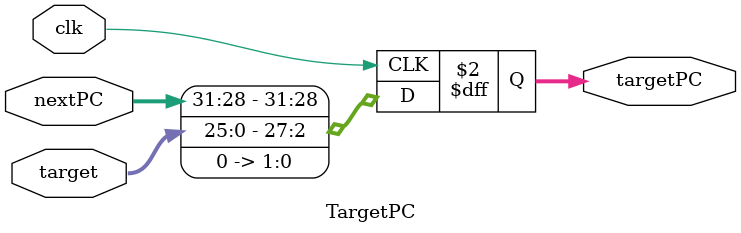
<source format=v>
`timescale  1ns/1ps
module TargetPC(clk, nextPC, target, targetPC);
	input clk;
	input [31:0] nextPC;
	input [25:0] target;
	output reg [31:0] targetPC;
	
	always@(posedge clk)
		begin
		#(20) targetPC = {nextPC[31:28], target, 2'b00};
		//$display("targetPC  %x", targetPC);
		end
endmodule
</source>
